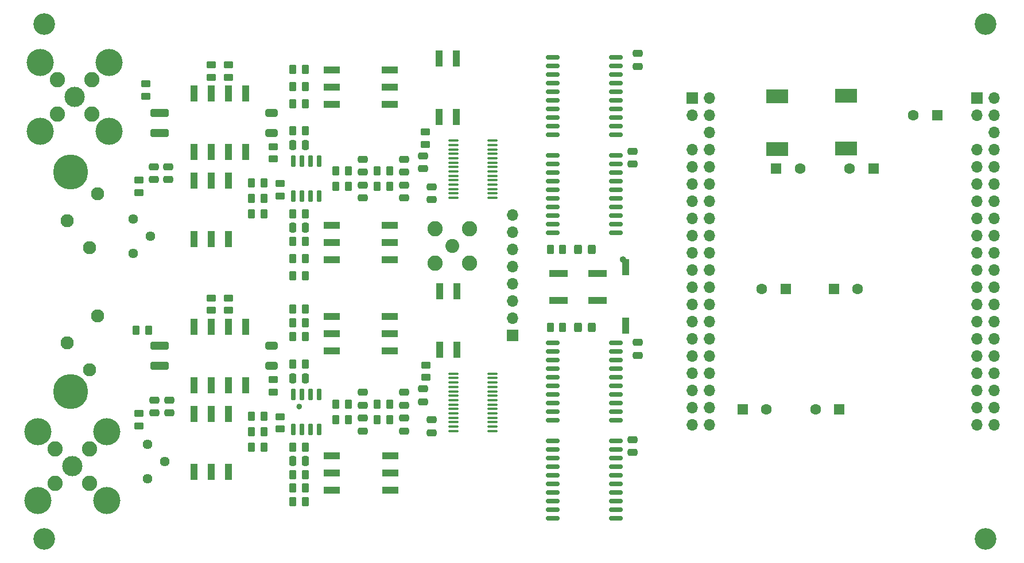
<source format=gts>
G04 #@! TF.GenerationSoftware,KiCad,Pcbnew,8.0.1*
G04 #@! TF.CreationDate,2024-05-10T09:11:52+02:00*
G04 #@! TF.ProjectId,MISRC_v2,4d495352-435f-4763-922e-6b696361645f,0.3*
G04 #@! TF.SameCoordinates,Original*
G04 #@! TF.FileFunction,Soldermask,Top*
G04 #@! TF.FilePolarity,Negative*
%FSLAX46Y46*%
G04 Gerber Fmt 4.6, Leading zero omitted, Abs format (unit mm)*
G04 Created by KiCad (PCBNEW 8.0.1) date 2024-05-10 09:11:52*
%MOMM*%
%LPD*%
G01*
G04 APERTURE LIST*
G04 Aperture macros list*
%AMRoundRect*
0 Rectangle with rounded corners*
0 $1 Rounding radius*
0 $2 $3 $4 $5 $6 $7 $8 $9 X,Y pos of 4 corners*
0 Add a 4 corners polygon primitive as box body*
4,1,4,$2,$3,$4,$5,$6,$7,$8,$9,$2,$3,0*
0 Add four circle primitives for the rounded corners*
1,1,$1+$1,$2,$3*
1,1,$1+$1,$4,$5*
1,1,$1+$1,$6,$7*
1,1,$1+$1,$8,$9*
0 Add four rect primitives between the rounded corners*
20,1,$1+$1,$2,$3,$4,$5,0*
20,1,$1+$1,$4,$5,$6,$7,0*
20,1,$1+$1,$6,$7,$8,$9,0*
20,1,$1+$1,$8,$9,$2,$3,0*%
G04 Aperture macros list end*
%ADD10C,0.476609*%
%ADD11C,0.434210*%
%ADD12R,1.600000X1.600000*%
%ADD13C,1.600000*%
%ADD14RoundRect,0.250000X-0.475000X0.250000X-0.475000X-0.250000X0.475000X-0.250000X0.475000X0.250000X0*%
%ADD15RoundRect,0.250000X-0.262500X-0.450000X0.262500X-0.450000X0.262500X0.450000X-0.262500X0.450000X0*%
%ADD16R,1.700000X1.700000*%
%ADD17O,1.700000X1.700000*%
%ADD18R,2.440000X1.120000*%
%ADD19C,2.050000*%
%ADD20C,2.250000*%
%ADD21C,3.200000*%
%ADD22C,3.000000*%
%ADD23C,4.000000*%
%ADD24RoundRect,0.250000X-0.325000X-0.450000X0.325000X-0.450000X0.325000X0.450000X-0.325000X0.450000X0*%
%ADD25RoundRect,0.250000X1.100000X-0.325000X1.100000X0.325000X-1.100000X0.325000X-1.100000X-0.325000X0*%
%ADD26RoundRect,0.250000X-0.450000X0.262500X-0.450000X-0.262500X0.450000X-0.262500X0.450000X0.262500X0*%
%ADD27RoundRect,0.250000X0.450000X-0.262500X0.450000X0.262500X-0.450000X0.262500X-0.450000X-0.262500X0*%
%ADD28RoundRect,0.250000X0.262500X0.450000X-0.262500X0.450000X-0.262500X-0.450000X0.262500X-0.450000X0*%
%ADD29RoundRect,0.100000X-0.637500X-0.100000X0.637500X-0.100000X0.637500X0.100000X-0.637500X0.100000X0*%
%ADD30RoundRect,0.250000X-0.250000X-0.475000X0.250000X-0.475000X0.250000X0.475000X-0.250000X0.475000X0*%
%ADD31RoundRect,0.150000X-0.875000X-0.150000X0.875000X-0.150000X0.875000X0.150000X-0.875000X0.150000X0*%
%ADD32C,1.440000*%
%ADD33R,3.200000X2.000000*%
%ADD34R,1.120000X2.440000*%
%ADD35RoundRect,0.250000X0.475000X-0.250000X0.475000X0.250000X-0.475000X0.250000X-0.475000X-0.250000X0*%
%ADD36R,2.750000X1.000000*%
%ADD37RoundRect,0.250000X-0.650000X0.325000X-0.650000X-0.325000X0.650000X-0.325000X0.650000X0.325000X0*%
%ADD38C,1.950000*%
%ADD39C,5.175000*%
%ADD40RoundRect,0.150000X0.150000X-0.725000X0.150000X0.725000X-0.150000X0.725000X-0.150000X-0.725000X0*%
G04 APERTURE END LIST*
D10*
X149864913Y-96266000D02*
G75*
G02*
X149388305Y-96266000I-238304J0D01*
G01*
X149388305Y-96266000D02*
G75*
G02*
X149864913Y-96266000I238304J0D01*
G01*
D11*
X102092895Y-117983000D02*
G75*
G02*
X101658685Y-117983000I-217105J0D01*
G01*
X101658685Y-117983000D02*
G75*
G02*
X102092895Y-117983000I217105J0D01*
G01*
D12*
X181554000Y-118364000D03*
D13*
X178054000Y-118364000D03*
D14*
X117348000Y-119700000D03*
X117348000Y-121600000D03*
D15*
X107291500Y-119888000D03*
X109116500Y-119888000D03*
D14*
X111252000Y-115890000D03*
X111252000Y-117790000D03*
D15*
X100928500Y-68173600D03*
X102753500Y-68173600D03*
D16*
X133350000Y-107442000D03*
D17*
X133350000Y-104902000D03*
X133350000Y-102362000D03*
X133350000Y-99822000D03*
X133350000Y-97282000D03*
X133350000Y-94742000D03*
X133350000Y-92202000D03*
X133350000Y-89662000D03*
D18*
X106640000Y-104670000D03*
X106640000Y-107210000D03*
X106640000Y-109750000D03*
X115250000Y-109750000D03*
X115250000Y-107210000D03*
X115250000Y-104670000D03*
D15*
X100928500Y-73253600D03*
X102753500Y-73253600D03*
D19*
X68410000Y-126740000D03*
D20*
X65870000Y-124200000D03*
X65870000Y-129280000D03*
X70950000Y-124200000D03*
X70950000Y-129280000D03*
D21*
X203073000Y-137500000D03*
D15*
X77827500Y-106680000D03*
X79652500Y-106680000D03*
D22*
X68410000Y-126740000D03*
D23*
X63330000Y-131820000D03*
X63330000Y-121660000D03*
X73490000Y-121660000D03*
X73490000Y-131820000D03*
D24*
X142984000Y-94742000D03*
X145034000Y-94742000D03*
D15*
X100941500Y-128016000D03*
X102766500Y-128016000D03*
D16*
X201803000Y-72390000D03*
D17*
X204343000Y-72390000D03*
X201803000Y-74930000D03*
X204343000Y-74930000D03*
X204343000Y-77470000D03*
X201803000Y-80010000D03*
X204343000Y-80010000D03*
X201803000Y-82550000D03*
X204343000Y-82550000D03*
X201803000Y-85090000D03*
X204343000Y-85090000D03*
X201803000Y-87630000D03*
X204343000Y-87630000D03*
X201803000Y-90170000D03*
X204343000Y-90170000D03*
X201803000Y-92710000D03*
X204343000Y-92710000D03*
X201803000Y-95250000D03*
X204343000Y-95250000D03*
X201803000Y-97790000D03*
X204343000Y-97790000D03*
X201803000Y-100330000D03*
X204343000Y-100330000D03*
X201803000Y-102870000D03*
X204343000Y-102870000D03*
X201803000Y-105410000D03*
X204343000Y-105410000D03*
X201803000Y-107950000D03*
X204343000Y-107950000D03*
X201803000Y-110490000D03*
X204343000Y-110490000D03*
X201803000Y-113030000D03*
X204343000Y-113030000D03*
X201803000Y-115570000D03*
X204343000Y-115570000D03*
X201803000Y-118110000D03*
X204343000Y-118110000D03*
X201803000Y-120650000D03*
X204343000Y-120650000D03*
D25*
X81280000Y-111965000D03*
X81280000Y-109015000D03*
D26*
X98031000Y-79605500D03*
X98031000Y-81430500D03*
D27*
X91427000Y-69365500D03*
X91427000Y-67540500D03*
D28*
X96657500Y-84963000D03*
X94832500Y-84963000D03*
X96657500Y-87249000D03*
X94832500Y-87249000D03*
D26*
X99060000Y-119483500D03*
X99060000Y-121308500D03*
D29*
X124645500Y-113123000D03*
X124645500Y-113773000D03*
X124645500Y-114423000D03*
X124645500Y-115073000D03*
X124645500Y-115723000D03*
X124645500Y-116373000D03*
X124645500Y-117023000D03*
X124645500Y-117673000D03*
X124645500Y-118323000D03*
X124645500Y-118973000D03*
X124645500Y-119623000D03*
X124645500Y-120273000D03*
X124645500Y-120923000D03*
X124645500Y-121573000D03*
X130370500Y-121573000D03*
X130370500Y-120923000D03*
X130370500Y-120273000D03*
X130370500Y-119623000D03*
X130370500Y-118973000D03*
X130370500Y-118323000D03*
X130370500Y-117673000D03*
X130370500Y-117023000D03*
X130370500Y-116373000D03*
X130370500Y-115723000D03*
X130370500Y-115073000D03*
X130370500Y-114423000D03*
X130370500Y-113773000D03*
X130370500Y-113123000D03*
D26*
X99047000Y-85066500D03*
X99047000Y-86891500D03*
D30*
X100904000Y-113792000D03*
X102804000Y-113792000D03*
D31*
X139241000Y-66421000D03*
X139241000Y-67691000D03*
X139241000Y-68961000D03*
X139241000Y-70231000D03*
X139241000Y-71501000D03*
X139241000Y-72771000D03*
X139241000Y-74041000D03*
X139241000Y-75311000D03*
X139241000Y-76581000D03*
X139241000Y-77851000D03*
X148541000Y-77851000D03*
X148541000Y-76581000D03*
X148541000Y-75311000D03*
X148541000Y-74041000D03*
X148541000Y-72771000D03*
X148541000Y-71501000D03*
X148541000Y-70231000D03*
X148541000Y-68961000D03*
X148541000Y-67691000D03*
X148541000Y-66421000D03*
D14*
X120129000Y-80965000D03*
X120129000Y-82865000D03*
D30*
X100891000Y-79375000D03*
X102791000Y-79375000D03*
D15*
X100928500Y-89535000D03*
X102753500Y-89535000D03*
D31*
X139241000Y-80899000D03*
X139241000Y-82169000D03*
X139241000Y-83439000D03*
X139241000Y-84709000D03*
X139241000Y-85979000D03*
X139241000Y-87249000D03*
X139241000Y-88519000D03*
X139241000Y-89789000D03*
X139241000Y-91059000D03*
X139241000Y-92329000D03*
X148541000Y-92329000D03*
X148541000Y-91059000D03*
X148541000Y-89789000D03*
X148541000Y-88519000D03*
X148541000Y-87249000D03*
X148541000Y-85979000D03*
X148541000Y-84709000D03*
X148541000Y-83439000D03*
X148541000Y-82169000D03*
X148541000Y-80899000D03*
D19*
X124460000Y-94234000D03*
D20*
X121920000Y-91694000D03*
X121920000Y-96774000D03*
X127000000Y-91694000D03*
X127000000Y-96774000D03*
D32*
X77400000Y-90270000D03*
X79940000Y-92810000D03*
X77400000Y-95350000D03*
D12*
X180721000Y-100584000D03*
D13*
X184221000Y-100584000D03*
D15*
X113387500Y-119888000D03*
X115212500Y-119888000D03*
D33*
X172339000Y-72173000D03*
X172339000Y-79973000D03*
D18*
X106661166Y-125271166D03*
X106661166Y-127811166D03*
X106661166Y-130351166D03*
X115271166Y-130351166D03*
X115271166Y-127811166D03*
X115271166Y-125271166D03*
D12*
X186564651Y-82804000D03*
D13*
X183064651Y-82804000D03*
D28*
X96670500Y-119380000D03*
X94845500Y-119380000D03*
X140739500Y-106299000D03*
X138914500Y-106299000D03*
D19*
X68710000Y-72240000D03*
D20*
X66170000Y-69700000D03*
X66170000Y-74780000D03*
X71250000Y-69700000D03*
X71250000Y-74780000D03*
D28*
X96670500Y-121666000D03*
X94845500Y-121666000D03*
D14*
X111239000Y-81473000D03*
X111239000Y-83373000D03*
D31*
X139241000Y-123063000D03*
X139241000Y-124333000D03*
X139241000Y-125603000D03*
X139241000Y-126873000D03*
X139241000Y-128143000D03*
X139241000Y-129413000D03*
X139241000Y-130683000D03*
X139241000Y-131953000D03*
X139241000Y-133223000D03*
X139241000Y-134493000D03*
X148541000Y-134493000D03*
X148541000Y-133223000D03*
X148541000Y-131953000D03*
X148541000Y-130683000D03*
X148541000Y-129413000D03*
X148541000Y-128143000D03*
X148541000Y-126873000D03*
X148541000Y-125603000D03*
X148541000Y-124333000D03*
X148541000Y-123063000D03*
D15*
X100928500Y-93599000D03*
X102753500Y-93599000D03*
D34*
X86347000Y-80378000D03*
X88887000Y-80378000D03*
X91427000Y-80378000D03*
X93967000Y-80378000D03*
X93967000Y-71768000D03*
X91427000Y-71768000D03*
X88887000Y-71768000D03*
X86347000Y-71768000D03*
D27*
X120510000Y-79271500D03*
X120510000Y-77446500D03*
D21*
X64250000Y-137500000D03*
D24*
X142984000Y-106299000D03*
X145034000Y-106299000D03*
D33*
X182499000Y-72083000D03*
X182499000Y-79883000D03*
D22*
X68710000Y-72240000D03*
D23*
X63630000Y-77320000D03*
X63630000Y-67160000D03*
X73790000Y-67160000D03*
X73790000Y-77320000D03*
D27*
X88900000Y-103782500D03*
X88900000Y-101957500D03*
D25*
X81267000Y-77548000D03*
X81267000Y-74598000D03*
D15*
X100941500Y-123952000D03*
X102766500Y-123952000D03*
X100941500Y-103600000D03*
X102766500Y-103600000D03*
D34*
X125095000Y-100978000D03*
X122555000Y-100978000D03*
X122555000Y-109588000D03*
X125095000Y-109588000D03*
D35*
X121399000Y-87437000D03*
X121399000Y-85537000D03*
D15*
X107278500Y-85471000D03*
X109103500Y-85471000D03*
D14*
X111252000Y-119700000D03*
X111252000Y-121600000D03*
X120142000Y-115382000D03*
X120142000Y-117282000D03*
X111239000Y-85283000D03*
X111239000Y-87183000D03*
D15*
X100928500Y-70713600D03*
X102753500Y-70713600D03*
X100941500Y-107650000D03*
X102766500Y-107650000D03*
D28*
X96657500Y-89535000D03*
X94832500Y-89535000D03*
D15*
X113374500Y-85471000D03*
X115199500Y-85471000D03*
D12*
X172240000Y-82801000D03*
D13*
X175740000Y-82801000D03*
D31*
X139241000Y-108585000D03*
X139241000Y-109855000D03*
X139241000Y-111125000D03*
X139241000Y-112395000D03*
X139241000Y-113665000D03*
X139241000Y-114935000D03*
X139241000Y-116205000D03*
X139241000Y-117475000D03*
X139241000Y-118745000D03*
X139241000Y-120015000D03*
X148541000Y-120015000D03*
X148541000Y-118745000D03*
X148541000Y-117475000D03*
X148541000Y-116205000D03*
X148541000Y-114935000D03*
X148541000Y-113665000D03*
X148541000Y-112395000D03*
X148541000Y-111125000D03*
X148541000Y-109855000D03*
X148541000Y-108585000D03*
D18*
X106640000Y-68250000D03*
X106640000Y-70790000D03*
X106640000Y-73330000D03*
X115250000Y-73330000D03*
X115250000Y-70790000D03*
X115250000Y-68250000D03*
D35*
X82677000Y-118933000D03*
X82677000Y-117033000D03*
D30*
X100904000Y-125984000D03*
X102804000Y-125984000D03*
D28*
X96670500Y-123952000D03*
X94845500Y-123952000D03*
D15*
X100928500Y-98679000D03*
X102753500Y-98679000D03*
X107291500Y-117602000D03*
X109116500Y-117602000D03*
D12*
X195962651Y-74930000D03*
D13*
X192462651Y-74930000D03*
D12*
X167259000Y-118364000D03*
D13*
X170759000Y-118364000D03*
D15*
X107278500Y-83185000D03*
X109103500Y-83185000D03*
D34*
X149987000Y-106019000D03*
X149987000Y-97409000D03*
D36*
X145882000Y-102330000D03*
X140122000Y-102330000D03*
X145882000Y-98330000D03*
X140122000Y-98330000D03*
D21*
X64250000Y-61500000D03*
D14*
X151003000Y-80269000D03*
X151003000Y-82169000D03*
D37*
X97790000Y-109015000D03*
X97790000Y-111965000D03*
D35*
X82550000Y-84450000D03*
X82550000Y-82550000D03*
D26*
X79250000Y-70337500D03*
X79250000Y-72162500D03*
D15*
X100928500Y-96139000D03*
X102753500Y-96139000D03*
D14*
X117348000Y-115890000D03*
X117348000Y-117790000D03*
X151003000Y-122875000D03*
X151003000Y-124775000D03*
D38*
X67650000Y-90550000D03*
X72150000Y-86550000D03*
X70900000Y-94550000D03*
X67650000Y-108550000D03*
X72150000Y-104550000D03*
X70900000Y-112550000D03*
D39*
X68150000Y-83300000D03*
X68150000Y-115800000D03*
D15*
X100941500Y-132050000D03*
X102766500Y-132050000D03*
X113374500Y-83185000D03*
X115199500Y-83185000D03*
D12*
X173609000Y-100584000D03*
D13*
X170109000Y-100584000D03*
D26*
X78232000Y-84558500D03*
X78232000Y-86383500D03*
D34*
X86360000Y-114795000D03*
X88900000Y-114795000D03*
X91440000Y-114795000D03*
X93980000Y-114795000D03*
X93980000Y-106185000D03*
X91440000Y-106185000D03*
X88900000Y-106185000D03*
X86360000Y-106185000D03*
D26*
X98044000Y-114022500D03*
X98044000Y-115847500D03*
D35*
X80391000Y-84450000D03*
X80391000Y-82550000D03*
D34*
X91427000Y-84608000D03*
X88887000Y-84608000D03*
X86347000Y-84608000D03*
X86347000Y-93218000D03*
X88887000Y-93218000D03*
X91427000Y-93218000D03*
D15*
X100941500Y-105600000D03*
X102766500Y-105600000D03*
D27*
X91440000Y-103782500D03*
X91440000Y-101957500D03*
D40*
X100965000Y-86903000D03*
X102235000Y-86903000D03*
X103505000Y-86903000D03*
X104775000Y-86903000D03*
X104775000Y-81753000D03*
X103505000Y-81753000D03*
X102235000Y-81753000D03*
X100965000Y-81753000D03*
D14*
X117335000Y-85283000D03*
X117335000Y-87183000D03*
D21*
X203073000Y-61500000D03*
D29*
X124632500Y-78706000D03*
X124632500Y-79356000D03*
X124632500Y-80006000D03*
X124632500Y-80656000D03*
X124632500Y-81306000D03*
X124632500Y-81956000D03*
X124632500Y-82606000D03*
X124632500Y-83256000D03*
X124632500Y-83906000D03*
X124632500Y-84556000D03*
X124632500Y-85206000D03*
X124632500Y-85856000D03*
X124632500Y-86506000D03*
X124632500Y-87156000D03*
X130357500Y-87156000D03*
X130357500Y-86506000D03*
X130357500Y-85856000D03*
X130357500Y-85206000D03*
X130357500Y-84556000D03*
X130357500Y-83906000D03*
X130357500Y-83256000D03*
X130357500Y-82606000D03*
X130357500Y-81956000D03*
X130357500Y-81306000D03*
X130357500Y-80656000D03*
X130357500Y-80006000D03*
X130357500Y-79356000D03*
X130357500Y-78706000D03*
D27*
X88887000Y-69365500D03*
X88887000Y-67540500D03*
D15*
X113387500Y-117602000D03*
X115212500Y-117602000D03*
X100925000Y-77250000D03*
X102750000Y-77250000D03*
D34*
X125082000Y-66561000D03*
X122542000Y-66561000D03*
X122542000Y-75171000D03*
X125082000Y-75171000D03*
D14*
X151765000Y-108524000D03*
X151765000Y-110424000D03*
D40*
X100965000Y-121320000D03*
X102235000Y-121320000D03*
X103505000Y-121320000D03*
X104775000Y-121320000D03*
X104775000Y-116170000D03*
X103505000Y-116170000D03*
X102235000Y-116170000D03*
X100965000Y-116170000D03*
D18*
X106640000Y-91250000D03*
X106640000Y-93790000D03*
X106640000Y-96330000D03*
X115250000Y-96330000D03*
X115250000Y-93790000D03*
X115250000Y-91250000D03*
D32*
X79475000Y-123525000D03*
X82015000Y-126065000D03*
X79475000Y-128605000D03*
D34*
X91440000Y-119025000D03*
X88900000Y-119025000D03*
X86360000Y-119025000D03*
X86360000Y-127635000D03*
X88900000Y-127635000D03*
X91440000Y-127635000D03*
D28*
X140739500Y-94742000D03*
X138914500Y-94742000D03*
D26*
X78232000Y-118999000D03*
X78232000Y-120824000D03*
D15*
X100941500Y-130000000D03*
X102766500Y-130000000D03*
D27*
X120523000Y-113688500D03*
X120523000Y-111863500D03*
D35*
X121412000Y-121854000D03*
X121412000Y-119954000D03*
D16*
X159800000Y-72390000D03*
D17*
X162340000Y-72390000D03*
X159800000Y-74930000D03*
X162340000Y-74930000D03*
X162340000Y-77470000D03*
X159800000Y-80010000D03*
X162340000Y-80010000D03*
X159800000Y-82550000D03*
X162340000Y-82550000D03*
X159800000Y-85090000D03*
X162340000Y-85090000D03*
X159800000Y-87630000D03*
X162340000Y-87630000D03*
X159800000Y-90170000D03*
X162340000Y-90170000D03*
X159800000Y-92710000D03*
X162340000Y-92710000D03*
X159800000Y-95250000D03*
X162340000Y-95250000D03*
X159800000Y-97790000D03*
X162340000Y-97790000D03*
X159800000Y-100330000D03*
X162340000Y-100330000D03*
X159800000Y-102870000D03*
X162340000Y-102870000D03*
X159800000Y-105410000D03*
X162340000Y-105410000D03*
X159800000Y-107950000D03*
X162340000Y-107950000D03*
X159800000Y-110490000D03*
X162340000Y-110490000D03*
X159800000Y-113030000D03*
X162340000Y-113030000D03*
X159800000Y-115570000D03*
X162340000Y-115570000D03*
X159800000Y-118110000D03*
X162340000Y-118110000D03*
X159800000Y-120650000D03*
X162340000Y-120650000D03*
D35*
X80518000Y-118933000D03*
X80518000Y-117033000D03*
D14*
X151765000Y-65852000D03*
X151765000Y-67752000D03*
D30*
X100891000Y-91567000D03*
X102791000Y-91567000D03*
D37*
X97777000Y-74598000D03*
X97777000Y-77548000D03*
D14*
X117335000Y-81473000D03*
X117335000Y-83373000D03*
D15*
X100937500Y-111700000D03*
X102762500Y-111700000D03*
M02*

</source>
